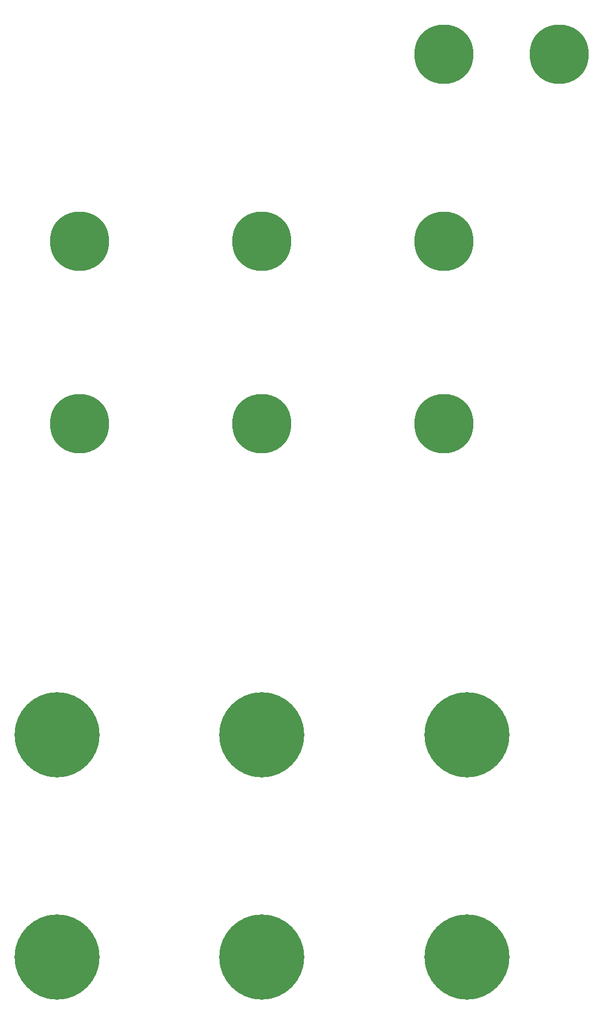
<source format=gbs>
G04 Layer: BottomSolderMaskLayer*
G04 EasyEDA v6.5.48, 2025-02-08 06:39:44*
G04 da37e12b6d714248abb1756c4e4e4594,e30bb724354f420a97504b8da3067676,10*
G04 Gerber Generator version 0.2*
G04 Scale: 100 percent, Rotated: No, Reflected: No *
G04 Dimensions in millimeters *
G04 leading zeros omitted , absolute positions ,4 integer and 5 decimal *
%FSLAX45Y45*%
%MOMM*%

%ADD10C,8.7032*%
%ADD11C,12.5032*%

%LPD*%
D10*
G01*
X7676819Y12986537D03*
G01*
X7676819Y10308488D03*
G01*
X5003800Y10308488D03*
G01*
X2325776Y10308488D03*
G01*
X2325776Y12986512D03*
G01*
X5003800Y12986512D03*
G01*
X7676819Y15724733D03*
G01*
X9371914Y15727248D03*
D11*
G01*
X1994788Y5744794D03*
G01*
X5003800Y5744819D03*
G01*
X8012836Y5744794D03*
G01*
X8012836Y2485034D03*
G01*
X5003800Y2485034D03*
G01*
X1994788Y2485034D03*
M02*

</source>
